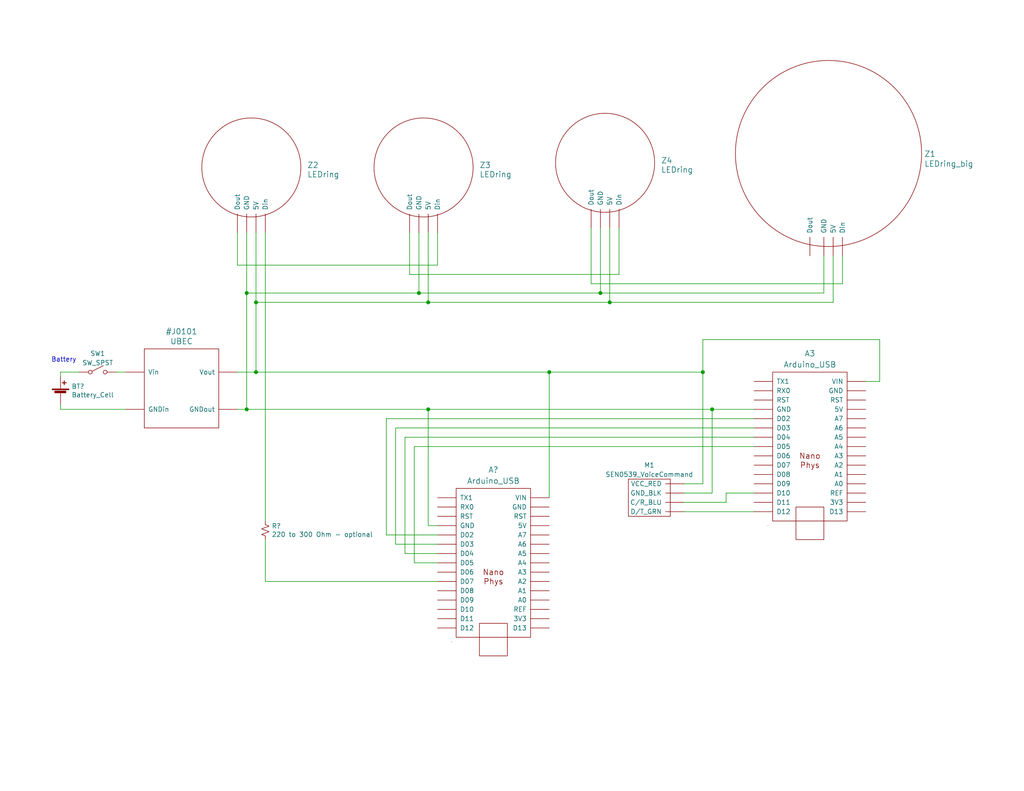
<source format=kicad_sch>
(kicad_sch (version 20230121) (generator eeschema)
  (paper "USLetter")
  (title_block (title "99 Christmas Tree") (date "2023-12-09") (company "Author: https://github.com/Mark-MDO47/ArduinoClass") (comment 1 "NOTE: Chips & Modules shown top view, notch at top"))
  (lib_symbols
    (symbol "99_ChristmasTree_UART-rescue:Arduino_USB-mdoLibrary" (pin_names (offset 1.016))
      (property "Reference" "A" (at 0 0 0))
      (property "Value" "mdoLibrary_Arduino_USB" (at 0 2.54 90))
      (symbol "Arduino_USB-mdoLibrary_0_0"
        (rectangle (start -10.16 20.32) (end 10.16 -20.32))
        (text "Nano" (at 0 -2.54 0) (effects (font (size 1.524 1.524))))
        (text "Phys" (at 0 -5.08 0) (effects (font (size 1.524 1.524))))
      )
      (symbol "Arduino_USB-mdoLibrary_0_1"
        (rectangle (start -11.43 -21.59) (end -11.43 -21.59))
        (rectangle (start 3.81 -25.4) (end -3.81 -16.51))
      )
      (symbol "Arduino_USB-mdoLibrary_1_1"
        (pin input line (at 15.24 -15.24 180) (length 5.08) (name "3V3") (number "~"))
        (pin input line (at 15.24 10.16 180) (length 5.08) (name "5V") (number "~"))
        (pin input line (at 15.24 -10.16 180) (length 5.08) (name "A0") (number "~"))
        (pin input line (at 15.24 -7.62 180) (length 5.08) (name "A1") (number "~"))
        (pin input line (at 15.24 -5.08 180) (length 5.08) (name "A2") (number "~"))
        (pin input line (at 15.24 -2.54 180) (length 5.08) (name "A3") (number "~"))
        (pin input line (at 15.24 0 180) (length 5.08) (name "A4") (number "~"))
        (pin input line (at 15.24 2.54 180) (length 5.08) (name "A5") (number "~"))
        (pin input line (at 15.24 5.08 180) (length 5.08) (name "A6") (number "~"))
        (pin input line (at 15.24 7.62 180) (length 5.08) (name "A7") (number "~"))
        (pin input line (at -15.24 7.62 0) (length 5.08) (name "D02") (number "~"))
        (pin input line (at -15.24 5.08 0) (length 5.08) (name "D03") (number "~"))
        (pin input line (at -15.24 2.54 0) (length 5.08) (name "D04") (number "~"))
        (pin input line (at -15.24 0 0) (length 5.08) (name "D05") (number "~"))
        (pin input line (at -15.24 -2.54 0) (length 5.08) (name "D06") (number "~"))
        (pin input line (at -15.24 -5.08 0) (length 5.08) (name "D07") (number "~"))
        (pin input line (at -15.24 -7.62 0) (length 5.08) (name "D08") (number "~"))
        (pin input line (at -15.24 -10.16 0) (length 5.08) (name "D09") (number "~"))
        (pin input line (at -15.24 -12.7 0) (length 5.08) (name "D10") (number "~"))
        (pin input line (at -15.24 -15.24 0) (length 5.08) (name "D11") (number "~"))
        (pin input line (at -15.24 -17.78 0) (length 5.08) (name "D12") (number "~"))
        (pin input line (at 15.24 -17.78 180) (length 5.08) (name "D13") (number "~"))
        (pin input line (at -15.24 10.16 0) (length 5.08) (name "GND") (number "~"))
        (pin input line (at 15.24 15.24 180) (length 5.08) (name "GND") (number "~"))
        (pin input line (at 15.24 -12.7 180) (length 5.08) (name "REF") (number "~"))
        (pin input line (at -15.24 12.7 0) (length 5.08) (name "RST") (number "~"))
        (pin input line (at 15.24 12.7 180) (length 5.08) (name "RST") (number "~"))
        (pin input line (at -15.24 15.24 0) (length 5.08) (name "RX0") (number "~"))
        (pin input line (at -15.24 17.78 0) (length 5.08) (name "TX1") (number "~"))
        (pin input line (at 15.24 17.78 180) (length 5.08) (name "VIN") (number "~"))
      )
    )
    (symbol "99_ChristmasTree_UART-rescue:LEDring_big-mdoLibrary" (pin_names (offset 1.016))
      (property "Reference" "Z" (at 0 0 0))
      (property "Value" "mdoLibrary_LEDring_big" (at 0 3.81 0))
      (symbol "LEDring_big-mdoLibrary_0_1"
        (circle (center 0 0) (radius 25.4))
      )
      (symbol "LEDring_big-mdoLibrary_1_0"
        (pin input line (at 1.27 -27.94 90) (length 5.08) (name "5V") (number "~"))
        (pin input line (at 3.81 -27.94 90) (length 5.08) (name "Din") (number "~"))
        (pin input line (at -5.08 -27.94 90) (length 5.08) (name "Dout") (number "~"))
        (pin input line (at -1.27 -27.94 90) (length 5.08) (name "GND") (number "~"))
      )
    )
    (symbol "99_ChristmasTree_UART-rescue:UBEC-mdoLibrary" (power) (pin_names (offset 1.016))
      (property "Reference" "J" (at 0 0 0))
      (property "Value" "UBEC-mdoLibrary" (at 0 2.54 0))
      (symbol "UBEC-mdoLibrary_0_1"
        (rectangle (start -7.62 12.7) (end 12.7 -8.89))
      )
      (symbol "UBEC-mdoLibrary_1_0"
        (pin input line (at -12.7 -3.81 0) (length 5.08) (name "GNDin") (number "~"))
        (pin input line (at 17.78 -3.81 180) (length 5.08) (name "GNDout") (number "~"))
        (pin input line (at -12.7 6.35 0) (length 5.08) (name "Vin") (number "~"))
        (pin input line (at 17.78 6.35 180) (length 5.08) (name "Vout") (number "~"))
      )
    )
    (symbol "Device:Battery_Cell" (pin_numbers hide) (pin_names (offset 0) hide)
      (property "Reference" "BT" (at 2.54 2.54 0))
      (property "Value" "Battery_Cell" (at 2.54 0 0))
      (symbol "Battery_Cell_0_1"
        (rectangle (start -2.286 1.778) (end 2.286 1.524) (fill (type outline)))
        (rectangle (start -1.5748 1.1938) (end 1.4732 0.6858) (fill (type outline)))
        (polyline (pts (xy 0 0.762) (xy 0 0)))
        (polyline (pts (xy 0 1.778) (xy 0 2.54)))
        (polyline (pts (xy 0.508 3.429) (xy 1.524 3.429)) (stroke (width 0.254)))
        (polyline (pts (xy 1.016 3.937) (xy 1.016 2.921)) (stroke (width 0.254)))
      )
      (symbol "Battery_Cell_1_1"
        (pin passive line (at 0 5.08 270) (length 2.54) (name "+") (number "1"))
        (pin passive line (at 0 -2.54 90) (length 2.54) (name "-") (number "2"))
      )
    )
    (symbol "Device:R_Small_US" (pin_numbers hide) (pin_names (offset 0.254) hide)
      (property "Reference" "R" (at 0.762 0.508 0))
      (property "Value" "R_Small_US" (at 0.762 -1.016 0))
      (symbol "R_Small_US_1_1"
        (polyline (pts (xy 0 0) (xy 1.016 -0.381) (xy 0 -0.762) (xy -1.016 -1.143) (xy 0 -1.524)))
        (polyline (pts (xy 0 1.524) (xy 1.016 1.143) (xy 0 0.762) (xy -1.016 0.381) (xy 0 0)))
        (pin passive line (at 0 2.54 270) (length 1.016) (name "~") (number "1"))
        (pin passive line (at 0 -2.54 90) (length 1.016) (name "~") (number "2"))
      )
    )
    (symbol "MDO:LEDring" (pin_names (offset 1.016))
      (property "Reference" "Z" (at 0 0 0))
      (property "Value" "LEDring" (at 0 3.81 0))
      (symbol "LEDring_0_1"
        (circle (center 0 0) (radius 13.5128))
      )
      (symbol "LEDring_1_0"
        (pin input line (at 1.27 -17.78 90) (length 5.08) (name "5V") (number "~"))
        (pin input line (at 3.81 -17.78 90) (length 5.08) (name "Din") (number "~"))
        (pin input line (at -3.81 -17.78 90) (length 5.08) (name "Dout") (number "~"))
        (pin input line (at -1.27 -17.78 90) (length 5.08) (name "GND") (number "~"))
      )
    )
    (symbol "MDO:SEN0539_VoiceCommand" (pin_numbers hide) (pin_names (offset 1.016))
      (property "Reference" "M" (at 0 2.54 0))
      (property "Value" "SEN0539_VoiceCommand" (at 3.81 0 0))
      (symbol "SEN0539_VoiceCommand_0_1"
        (rectangle (start -5.08 -1.27) (end 6.35 -11.43))
        (rectangle (start -2.54 -10.16) (end -2.54 -10.16))
        (rectangle (start -2.54 -2.54) (end -2.54 -2.54))
        (rectangle (start -2.54 -2.54) (end -2.54 -2.54))
      )
      (symbol "SEN0539_VoiceCommand_1_1"
        (pin input line (at 10.16 -7.62 180) (length 5.08) (name "C/R_BLU") (number "~"))
        (pin output line (at 10.16 -10.16 180) (length 5.08) (name "D/T_GRN") (number "~"))
        (pin input line (at 10.16 -5.08 180) (length 5.08) (name "GND_BLK") (number "~"))
        (pin input line (at 10.16 -2.54 180) (length 5.08) (name "VCC_RED") (number "~"))
      )
    )
    (symbol "MDO:SW_SPST" (pin_names (offset 0) hide)
      (property "Reference" "SW" (at 0 3.175 0))
      (property "Value" "SW_SPST" (at 0 -2.54 0))
      (symbol "SW_SPST_0_0"
        (circle (center -2.032 0) (radius 0.508))
        (polyline (pts (xy -1.524 0.254) (xy 1.524 1.778)))
        (circle (center 2.032 0) (radius 0.508))
      )
      (symbol "SW_SPST_1_1"
        (pin passive line (at -5.08 0 0) (length 2.54) (name "A") (number "~"))
        (pin passive line (at 5.08 0 180) (length 2.54) (name "B") (number "~"))
      )
    )
  )
  (junction (at 191.77 101.6))
  (junction (at 163.83 80.01))
  (junction (at 194.31 111.76))
  (junction (at 116.84 82.55))
  (junction (at 116.84 111.76))
  (junction (at 166.37 82.55))
  (junction (at 114.3 80.01))
  (junction (at 67.31 111.76))
  (junction (at 67.31 80.01))
  (junction (at 69.85 101.6))
  (junction (at 69.85 82.55))
  (junction (at 149.86 101.6))
  (wire (pts (xy 116.84 111.76) (xy 194.31 111.76)))
  (wire (pts (xy 116.84 82.55) (xy 166.37 82.55)))
  (wire (pts (xy 163.83 80.01) (xy 224.79 80.01)))
  (wire (pts (xy 64.77 111.76) (xy 67.31 111.76)))
  (wire (pts (xy 72.39 63.5) (xy 72.39 142.24)))
  (wire (pts (xy 107.95 116.84) (xy 107.95 148.59)))
  (wire (pts (xy 116.84 143.51) (xy 116.84 111.76)))
  (wire (pts (xy 111.76 63.5) (xy 111.76 74.93)))
  (wire (pts (xy 105.41 146.05) (xy 119.38 146.05)))
  (wire (pts (xy 67.31 111.76) (xy 116.84 111.76)))
  (wire (pts (xy 113.03 121.92) (xy 205.74 121.92)))
  (wire (pts (xy 149.86 101.6) (xy 149.86 135.89)))
  (wire (pts (xy 224.79 69.85) (xy 224.79 80.01)))
  (wire (pts (xy 186.69 139.7) (xy 205.74 139.7)))
  (wire (pts (xy 119.38 143.51) (xy 116.84 143.51)))
  (wire (pts (xy 191.77 101.6) (xy 191.77 92.71)))
  (wire (pts (xy 64.77 101.6) (xy 69.85 101.6)))
  (wire (pts (xy 194.31 134.62) (xy 194.31 111.76)))
  (wire (pts (xy 116.84 63.5) (xy 116.84 82.55)))
  (wire (pts (xy 16.51 111.76) (xy 16.51 110.49)))
  (wire (pts (xy 64.77 63.5) (xy 64.77 72.39)))
  (wire (pts (xy 69.85 82.55) (xy 116.84 82.55)))
  (wire (pts (xy 110.49 119.38) (xy 110.49 151.13)))
  (wire (pts (xy 110.49 151.13) (xy 119.38 151.13)))
  (wire (pts (xy 107.95 116.84) (xy 205.74 116.84)))
  (wire (pts (xy 31.75 101.6) (xy 34.29 101.6)))
  (wire (pts (xy 229.87 77.47) (xy 229.87 69.85)))
  (wire (pts (xy 72.39 158.75) (xy 119.38 158.75)))
  (wire (pts (xy 114.3 80.01) (xy 163.83 80.01)))
  (wire (pts (xy 67.31 63.5) (xy 67.31 80.01)))
  (wire (pts (xy 69.85 63.5) (xy 69.85 82.55)))
  (wire (pts (xy 227.33 82.55) (xy 227.33 69.85)))
  (wire (pts (xy 240.03 92.71) (xy 191.77 92.71)))
  (wire (pts (xy 67.31 80.01) (xy 67.31 111.76)))
  (wire (pts (xy 107.95 148.59) (xy 119.38 148.59)))
  (wire (pts (xy 198.12 137.16) (xy 198.12 134.62)))
  (wire (pts (xy 110.49 119.38) (xy 205.74 119.38)))
  (wire (pts (xy 240.03 104.14) (xy 240.03 92.71)))
  (wire (pts (xy 161.29 77.47) (xy 229.87 77.47)))
  (wire (pts (xy 191.77 101.6) (xy 149.86 101.6)))
  (wire (pts (xy 166.37 62.23) (xy 166.37 82.55)))
  (wire (pts (xy 119.38 63.5) (xy 119.38 72.39)))
  (wire (pts (xy 186.69 132.08) (xy 191.77 132.08)))
  (wire (pts (xy 236.22 104.14) (xy 240.03 104.14)))
  (wire (pts (xy 113.03 153.67) (xy 119.38 153.67)))
  (wire (pts (xy 67.31 80.01) (xy 114.3 80.01)))
  (wire (pts (xy 168.91 74.93) (xy 168.91 62.23)))
  (wire (pts (xy 105.41 114.3) (xy 105.41 146.05)))
  (wire (pts (xy 163.83 62.23) (xy 163.83 80.01)))
  (wire (pts (xy 16.51 102.87) (xy 16.51 101.6)))
  (wire (pts (xy 114.3 63.5) (xy 114.3 80.01)))
  (wire (pts (xy 161.29 62.23) (xy 161.29 77.47)))
  (wire (pts (xy 205.74 114.3) (xy 105.41 114.3)))
  (wire (pts (xy 186.69 134.62) (xy 194.31 134.62)))
  (wire (pts (xy 198.12 134.62) (xy 205.74 134.62)))
  (wire (pts (xy 34.29 111.76) (xy 16.51 111.76)))
  (wire (pts (xy 72.39 158.75) (xy 72.39 147.32)))
  (wire (pts (xy 113.03 121.92) (xy 113.03 153.67)))
  (wire (pts (xy 205.74 111.76) (xy 194.31 111.76)))
  (wire (pts (xy 166.37 82.55) (xy 227.33 82.55)))
  (wire (pts (xy 64.77 72.39) (xy 119.38 72.39)))
  (wire (pts (xy 198.12 137.16) (xy 186.69 137.16)))
  (wire (pts (xy 16.51 101.6) (xy 21.59 101.6)))
  (wire (pts (xy 69.85 101.6) (xy 149.86 101.6)))
  (wire (pts (xy 69.85 82.55) (xy 69.85 101.6)))
  (wire (pts (xy 111.76 74.93) (xy 168.91 74.93)))
  (wire (pts (xy 191.77 101.6) (xy 191.77 132.08)))
  (text "Battery" (at 13.97 99.06 0) (effects (font (size 1.27 1.27)) (justify left bottom)))
  (symbol (lib_id "Device:R_Small_US") (at 72.39 144.78 0) (unit 1)
    (property "Reference" "R?" (at 74.1172 143.6116 0) (effects (justify left)))
    (property "Value" "220 to 300 Ohm - optional" (at 74.1172 145.923 0) (effects (justify left)))
  )
  (symbol (lib_id "99_ChristmasTree_UART-rescue:Arduino_USB-mdoLibrary") (at 134.62 153.67 0) (unit 1)
    (property "Reference" "A?" (at 134.62 128.27 0) (effects (font (size 1.524 1.524))))
    (property "Value" "Arduino_USB" (at 134.62 131.2926 0) (effects (font (size 1.524 1.524))))
  )
  (symbol (lib_id "99_ChristmasTree_UART-rescue:UBEC-mdoLibrary") (at 46.99 107.95 0) (unit 1)
    (property "Reference" "J?" (at 49.53 90.5002 0) (effects (font (size 1.524 1.524))))
    (property "Value" "UBEC" (at 49.53 93.1926 0) (effects (font (size 1.524 1.524))))
  )
  (symbol (lib_id "Device:Battery_Cell") (at 16.51 107.95 0) (unit 1)
    (property "Reference" "BT?" (at 19.5072 105.5116 0) (effects (justify left)))
    (property "Value" "Battery_Cell" (at 19.5072 107.823 0) (effects (justify left)))
  )
  (symbol (lib_id "MDO:LEDring") (at 165.1 44.45 0) (unit 1)
    (property "Reference" "Z4" (at 180.34 43.815 0) (effects (font (size 1.524 1.524)) (justify left)))
    (property "Value" "LEDring" (at 180.34 46.355 0) (effects (font (size 1.524 1.524)) (justify left)))
  )
  (symbol (lib_id "MDO:LEDring") (at 68.58 45.72 0) (unit 1)
    (property "Reference" "Z2" (at 83.82 45.085 0) (effects (font (size 1.524 1.524)) (justify left)))
    (property "Value" "LEDring" (at 83.82 47.625 0) (effects (font (size 1.524 1.524)) (justify left)))
  )
  (symbol (lib_id "MDO:SW_SPST") (at 26.67 101.6 0) (unit 1)
    (property "Reference" "SW1" (at 26.67 96.52 0))
    (property "Value" "SW_SPST" (at 26.67 99.06 0))
  )
  (symbol (lib_id "99_ChristmasTree_UART-rescue:LEDring_big-mdoLibrary") (at 226.06 41.91 0) (unit 1)
    (property "Reference" "Z1" (at 252.1712 42.037 0) (effects (font (size 1.524 1.524)) (justify left)))
    (property "Value" "LEDring_big" (at 252.1712 44.7294 0) (effects (font (size 1.524 1.524)) (justify left)))
  )
  (symbol (lib_id "MDO:LEDring") (at 115.57 45.72 0) (unit 1)
    (property "Reference" "Z3" (at 130.81 45.085 0) (effects (font (size 1.524 1.524)) (justify left)))
    (property "Value" "LEDring" (at 130.81 47.625 0) (effects (font (size 1.524 1.524)) (justify left)))
  )
  (symbol (lib_id "MDO:SEN0539_VoiceCommand") (at 176.53 129.54 0) (unit 1)
    (property "Reference" "M1" (at 177.165 127 0))
    (property "Value" "SEN0539_VoiceCommand" (at 177.165 129.54 0))
  )
  (symbol (lib_id "99_ChristmasTree_UART-rescue:Arduino_USB-mdoLibrary") (at 220.98 121.92 0) (unit 1)
    (property "Reference" "A3" (at 220.98 96.52 0) (effects (font (size 1.524 1.524))))
    (property "Value" "Arduino_USB" (at 220.98 99.5426 0) (effects (font (size 1.524 1.524))))
  )
)
</source>
